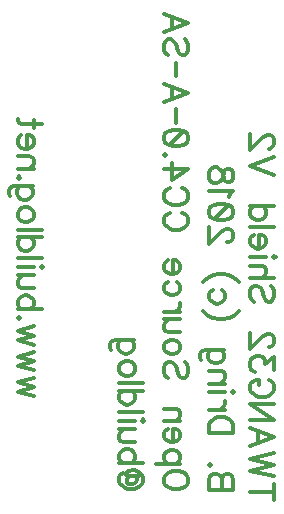
<source format=gbr>
G04 DipTrace 3.1.0.1*
G04 BottomSilk.gbr*
%MOIN*%
G04 #@! TF.FileFunction,Legend,Bot*
G04 #@! TF.Part,Single*
%ADD78C,0.012351*%
%FSLAX26Y26*%
G04*
G70*
G90*
G75*
G01*
G04 BotSilk*
%LPD*%
X1411127Y498029D2*
D78*
X1330743D1*
X1411127Y471234D2*
Y524824D1*
Y549526D2*
X1330743Y568716D1*
X1411127Y587817D1*
X1330743Y606918D1*
X1411127Y626108D1*
X1330743Y712093D2*
X1411127Y681408D1*
X1330743Y650811D1*
X1357538Y662307D2*
Y700597D1*
X1411127Y790386D2*
X1330743D1*
X1411127Y736796D1*
X1330743D1*
X1392026Y872480D2*
X1399631Y868678D1*
X1407325Y860984D1*
X1411127Y853379D1*
Y838081D1*
X1407325Y830387D1*
X1399631Y822782D1*
X1392026Y818891D1*
X1380530Y815088D1*
X1361340D1*
X1349933Y818891D1*
X1342239Y822782D1*
X1334634Y830387D1*
X1330743Y838081D1*
Y853379D1*
X1334634Y860984D1*
X1342239Y868678D1*
X1349933Y872480D1*
X1361340D1*
Y853379D1*
X1411039Y904877D2*
Y946881D1*
X1380442Y923978D1*
Y935474D1*
X1376639Y943079D1*
X1372837Y946881D1*
X1361340Y950772D1*
X1353735D1*
X1342239Y946881D1*
X1334546Y939276D1*
X1330743Y927780D1*
Y916284D1*
X1334546Y904877D1*
X1338437Y901074D1*
X1346042Y897183D1*
X1391938Y979366D2*
X1395740D1*
X1403434Y983169D1*
X1407236Y986971D1*
X1411039Y994665D1*
Y1009963D1*
X1407236Y1017569D1*
X1403434Y1021371D1*
X1395740Y1025262D1*
X1388135D1*
X1380442Y1021371D1*
X1369034Y1013766D1*
X1330743Y975475D1*
Y1029065D1*
X1399631Y1185118D2*
X1407325Y1177513D1*
X1411127Y1166017D1*
Y1150718D1*
X1407325Y1139222D1*
X1399631Y1131529D1*
X1392026D1*
X1384333Y1135420D1*
X1380530Y1139222D1*
X1376727Y1146828D1*
X1369034Y1169820D1*
X1365231Y1177513D1*
X1361340Y1181316D1*
X1353735Y1185118D1*
X1342239D1*
X1334634Y1177513D1*
X1330743Y1166017D1*
Y1150719D1*
X1334634Y1139222D1*
X1342239Y1131529D1*
X1411127Y1209821D2*
X1330743D1*
X1369034D2*
X1380530Y1221317D1*
X1384333Y1229011D1*
Y1240507D1*
X1380530Y1248112D1*
X1369034Y1251914D1*
X1330743D1*
X1411127Y1276617D2*
X1407325Y1280420D1*
X1411127Y1284311D1*
X1415018Y1280420D1*
X1411127Y1276617D1*
X1384333Y1280420D2*
X1330743D1*
X1361340Y1309013D2*
Y1354909D1*
X1369034D1*
X1376727Y1351107D1*
X1380530Y1347304D1*
X1384333Y1339611D1*
Y1328115D1*
X1380530Y1320509D1*
X1372836Y1312816D1*
X1361340Y1309013D1*
X1353735D1*
X1342239Y1312816D1*
X1334634Y1320509D1*
X1330743Y1328115D1*
Y1339611D1*
X1334634Y1347304D1*
X1342239Y1354909D1*
X1411127Y1379612D2*
X1330743D1*
X1411127Y1450211D2*
X1330743D1*
X1372836D2*
X1380530Y1442606D1*
X1384333Y1434912D1*
Y1423416D1*
X1380530Y1415811D1*
X1372836Y1408117D1*
X1361340Y1404315D1*
X1353735D1*
X1342239Y1408117D1*
X1334634Y1415811D1*
X1330743Y1423416D1*
Y1434912D1*
X1334634Y1442606D1*
X1342239Y1450211D1*
X1411127Y1552675D2*
X1330743Y1583272D1*
X1411127Y1613869D1*
X1391938Y1642463D2*
X1395740D1*
X1403434Y1646266D1*
X1407236Y1650068D1*
X1411039Y1657762D1*
Y1673060D1*
X1407236Y1680665D1*
X1403434Y1684468D1*
X1395740Y1688359D1*
X1388135D1*
X1380442Y1684468D1*
X1369034Y1676863D1*
X1330743Y1638572D1*
Y1692161D1*
X1273627Y504557D2*
X1193243D1*
Y539046D1*
X1197134Y550542D1*
X1200937Y554344D1*
X1208542Y558147D1*
X1220038D1*
X1227731Y554344D1*
X1231534Y550542D1*
X1235337Y539046D1*
X1239227Y550542D1*
X1243030Y554344D1*
X1250635Y558147D1*
X1258329D1*
X1265934Y554344D1*
X1269825Y550542D1*
X1273627Y539046D1*
Y504557D1*
X1235337D2*
Y539046D1*
X1200937Y586652D2*
X1197046Y582850D1*
X1193243Y586652D1*
X1197046Y590543D1*
X1200937Y586652D1*
X1273627Y693007D2*
X1193243D1*
Y719802D1*
X1197134Y731298D1*
X1204739Y738992D1*
X1212433Y742794D1*
X1223840Y746597D1*
X1243030D1*
X1254526Y742794D1*
X1262131Y738992D1*
X1269825Y731298D1*
X1273627Y719802D1*
Y693007D1*
X1246833Y771300D2*
X1193243D1*
X1223840D2*
X1235337Y775190D1*
X1243030Y782796D1*
X1246833Y790489D1*
Y801985D1*
X1273627Y826688D2*
X1269825Y830490D1*
X1273627Y834381D1*
X1277518Y830490D1*
X1273627Y826688D1*
X1246833Y830490D2*
X1193243D1*
X1246833Y859084D2*
X1193243D1*
X1231534D2*
X1243030Y870580D1*
X1246833Y878274D1*
Y889681D1*
X1243030Y897375D1*
X1231534Y901178D1*
X1193243D1*
X1243030Y971776D2*
X1181747D1*
X1170340Y967974D1*
X1166449Y964171D1*
X1162646Y956478D1*
Y944981D1*
X1166449Y937376D1*
X1231534Y971776D2*
X1239139Y964171D1*
X1243030Y956478D1*
Y944981D1*
X1239139Y937376D1*
X1231534Y929683D1*
X1220038Y925880D1*
X1212344D1*
X1200937Y929683D1*
X1193243Y937376D1*
X1189441Y944981D1*
Y956478D1*
X1193243Y964171D1*
X1200937Y971776D1*
X1294585Y1101035D2*
X1286980Y1093342D1*
X1275484Y1085737D1*
X1260186Y1078043D1*
X1240996Y1074240D1*
X1225697D1*
X1206596Y1078043D1*
X1191298Y1085737D1*
X1179802Y1093342D1*
X1172197Y1101035D1*
X1235336Y1171722D2*
X1243030Y1164029D1*
X1246833Y1156335D1*
Y1144928D1*
X1243030Y1137234D1*
X1235336Y1129629D1*
X1223840Y1125738D1*
X1216235D1*
X1204739Y1129629D1*
X1197134Y1137234D1*
X1193243Y1144928D1*
Y1156335D1*
X1197134Y1164029D1*
X1204739Y1171722D1*
X1294585Y1196425D2*
X1286980Y1204119D1*
X1275484Y1211724D1*
X1260186Y1219417D1*
X1240996Y1223220D1*
X1225697D1*
X1206596Y1219417D1*
X1191298Y1211724D1*
X1179802Y1204119D1*
X1172197Y1196425D1*
X1254438Y1329575D2*
X1258240D1*
X1265934Y1333378D1*
X1269736Y1337180D1*
X1273539Y1344874D1*
Y1360172D1*
X1269736Y1367777D1*
X1265934Y1371580D1*
X1258240Y1375471D1*
X1250635D1*
X1242942Y1371580D1*
X1231534Y1363975D1*
X1193243Y1325684D1*
Y1379273D1*
X1273539Y1426968D2*
X1269736Y1415472D1*
X1258240Y1407779D1*
X1239139Y1403976D1*
X1227643D1*
X1208542Y1407779D1*
X1197046Y1415472D1*
X1193243Y1426968D1*
Y1434573D1*
X1197046Y1446069D1*
X1208542Y1453675D1*
X1227643Y1457565D1*
X1239139D1*
X1258240Y1453674D1*
X1269736Y1446069D1*
X1273539Y1434573D1*
Y1426968D1*
X1258240Y1453674D2*
X1208542Y1407779D1*
X1258240Y1482268D2*
X1262131Y1489962D1*
X1273539Y1501458D1*
X1193243D1*
X1273539Y1545262D2*
X1269736Y1533854D1*
X1262131Y1529963D1*
X1254438D1*
X1246833Y1533854D1*
X1242942Y1541459D1*
X1239139Y1556758D1*
X1235336Y1568254D1*
X1227643Y1575859D1*
X1220038Y1579661D1*
X1208542D1*
X1200937Y1575859D1*
X1197046Y1572056D1*
X1193243Y1560560D1*
Y1545262D1*
X1197046Y1533854D1*
X1200937Y1529963D1*
X1208542Y1526161D1*
X1220038D1*
X1227643Y1529963D1*
X1235336Y1537657D1*
X1239139Y1549064D1*
X1242942Y1564363D1*
X1246833Y1572056D1*
X1254438Y1575859D1*
X1262131D1*
X1269736Y1572056D1*
X1273539Y1560560D1*
Y1545262D1*
X1123627Y529030D2*
X1119825Y521336D1*
X1112131Y513731D1*
X1104526Y509840D1*
X1093030Y506038D1*
X1073840D1*
X1062433Y509840D1*
X1054739Y513731D1*
X1047134Y521336D1*
X1043243Y529030D1*
Y544328D1*
X1047134Y551933D1*
X1054739Y559627D1*
X1062433Y563430D1*
X1073840Y567232D1*
X1093030D1*
X1104526Y563430D1*
X1112131Y559627D1*
X1119825Y551933D1*
X1123627Y544328D1*
Y529030D1*
X1096833Y591935D2*
X1016449D1*
X1085337D2*
X1092942Y599628D1*
X1096833Y607233D1*
Y618730D1*
X1092942Y626423D1*
X1085337Y634028D1*
X1073840Y637919D1*
X1066147D1*
X1054739Y634028D1*
X1047046Y626423D1*
X1043243Y618730D1*
Y607233D1*
X1047046Y599628D1*
X1054739Y591935D1*
X1073840Y662622D2*
Y708518D1*
X1081534D1*
X1089227Y704715D1*
X1093030Y700913D1*
X1096833Y693219D1*
Y681723D1*
X1093030Y674118D1*
X1085337Y666424D1*
X1073840Y662622D1*
X1066235D1*
X1054739Y666424D1*
X1047134Y674118D1*
X1043243Y681723D1*
Y693219D1*
X1047134Y700913D1*
X1054739Y708518D1*
X1096833Y733221D2*
X1043243D1*
X1081534D2*
X1093030Y744717D1*
X1096833Y752410D1*
Y763818D1*
X1093030Y771511D1*
X1081534Y775314D1*
X1043243D1*
X1112131Y931367D2*
X1119825Y923762D1*
X1123627Y912266D1*
Y896968D1*
X1119825Y885472D1*
X1112131Y877778D1*
X1104526D1*
X1096833Y881669D1*
X1093030Y885472D1*
X1089227Y893077D1*
X1081534Y916069D1*
X1077731Y923762D1*
X1073840Y927565D1*
X1066235Y931367D1*
X1054739D1*
X1047134Y923762D1*
X1043243Y912266D1*
Y896968D1*
X1047134Y885472D1*
X1054739Y877778D1*
X1096833Y975171D2*
X1093030Y967566D1*
X1085337Y959873D1*
X1073840Y956070D1*
X1066235D1*
X1054739Y959873D1*
X1047134Y967566D1*
X1043243Y975171D1*
Y986668D1*
X1047134Y994361D1*
X1054739Y1001966D1*
X1066235Y1005857D1*
X1073840D1*
X1085337Y1001966D1*
X1093030Y994361D1*
X1096833Y986668D1*
Y975171D1*
Y1030560D2*
X1058542D1*
X1047134Y1034362D1*
X1043243Y1042056D1*
Y1053552D1*
X1047134Y1061157D1*
X1058542Y1072653D1*
X1096833D2*
X1043243D1*
X1096833Y1097356D2*
X1043243D1*
X1073840D2*
X1085337Y1101247D1*
X1093030Y1108852D1*
X1096833Y1116546D1*
Y1128042D1*
X1085337Y1198729D2*
X1093030Y1191035D1*
X1096833Y1183342D1*
Y1171934D1*
X1093030Y1164240D1*
X1085337Y1156635D1*
X1073840Y1152744D1*
X1066235D1*
X1054739Y1156635D1*
X1047134Y1164240D1*
X1043243Y1171934D1*
Y1183342D1*
X1047134Y1191035D1*
X1054739Y1198729D1*
X1073840Y1223431D2*
Y1269327D1*
X1081534D1*
X1089227Y1265525D1*
X1093030Y1261722D1*
X1096833Y1254029D1*
Y1242533D1*
X1093030Y1234927D1*
X1085337Y1227234D1*
X1073840Y1223431D1*
X1066235D1*
X1054739Y1227234D1*
X1047134Y1234928D1*
X1043243Y1242533D1*
Y1254029D1*
X1047134Y1261722D1*
X1054739Y1269327D1*
X1104526Y1429183D2*
X1112131Y1425381D1*
X1119825Y1417687D1*
X1123627Y1410082D1*
Y1394784D1*
X1119825Y1387090D1*
X1112131Y1379485D1*
X1104526Y1375594D1*
X1093030Y1371792D1*
X1073840D1*
X1062433Y1375594D1*
X1054739Y1379485D1*
X1047134Y1387090D1*
X1043243Y1394784D1*
Y1410082D1*
X1047134Y1417687D1*
X1054739Y1425381D1*
X1062433Y1429183D1*
X1104526Y1511278D2*
X1112131Y1507476D1*
X1119825Y1499782D1*
X1123627Y1492177D1*
Y1476878D1*
X1119825Y1469185D1*
X1112131Y1461580D1*
X1104526Y1457689D1*
X1093030Y1453886D1*
X1073840D1*
X1062433Y1457689D1*
X1054739Y1461580D1*
X1047134Y1469185D1*
X1043243Y1476878D1*
Y1492177D1*
X1047134Y1499782D1*
X1054739Y1507476D1*
X1062433Y1511278D1*
X1043243Y1574272D2*
X1123539D1*
X1070038Y1535981D1*
Y1593373D1*
X1050937Y1621878D2*
X1047046Y1618076D1*
X1043243Y1621878D1*
X1047046Y1625769D1*
X1050937Y1621878D1*
X1123539Y1673464D2*
X1119736Y1661968D1*
X1108240Y1654274D1*
X1089139Y1650472D1*
X1077643D1*
X1058542Y1654274D1*
X1047046Y1661968D1*
X1043243Y1673464D1*
Y1681069D1*
X1047046Y1692565D1*
X1058542Y1700170D1*
X1077643Y1704061D1*
X1089139D1*
X1108240Y1700170D1*
X1119736Y1692565D1*
X1123539Y1681069D1*
Y1673464D1*
X1108240Y1700170D2*
X1058542Y1654274D1*
X1083391Y1728764D2*
Y1772980D1*
X1043243Y1858965D2*
X1123627Y1828280D1*
X1043243Y1797683D1*
X1070038Y1809179D2*
Y1847469D1*
X1083391Y1883668D2*
Y1927884D1*
X1112131Y2006176D2*
X1119825Y1998571D1*
X1123627Y1987075D1*
Y1971776D1*
X1119825Y1960280D1*
X1112131Y1952587D1*
X1104526D1*
X1096833Y1956478D1*
X1093030Y1960280D1*
X1089227Y1967885D1*
X1081534Y1990877D1*
X1077731Y1998571D1*
X1073840Y2002373D1*
X1066235Y2006176D1*
X1054739D1*
X1047134Y1998571D1*
X1043243Y1987075D1*
Y1971776D1*
X1047134Y1960280D1*
X1054739Y1952587D1*
X1043243Y2092161D2*
X1123627Y2061476D1*
X1043243Y2030879D1*
X1070038Y2042375D2*
Y2080665D1*
X954438Y550677D2*
Y539181D1*
X950635Y531576D1*
X946833Y527685D1*
X939139Y523882D1*
X923840D1*
X920038Y527685D1*
Y535378D1*
X923840Y550677D1*
X916235Y554480D1*
Y558282D1*
X923840Y565976D1*
X942942Y569778D1*
X954438Y565976D1*
X962131Y562173D1*
X969736Y554480D1*
X973539Y546874D1*
Y531576D1*
X969736Y523882D1*
X962131Y516277D1*
X954438Y512386D1*
X942942Y508584D1*
X923840D1*
X912344Y512386D1*
X904739Y516277D1*
X897046Y523882D1*
X893243Y531576D1*
Y546874D1*
X897046Y554480D1*
X904739Y562173D1*
X958240Y550677D2*
X923840D1*
X973627Y594481D2*
X893243D1*
X935336D2*
X943030Y602174D1*
X946833Y609780D1*
Y621276D1*
X943030Y628881D1*
X935336Y636574D1*
X923840Y640377D1*
X916235D1*
X904739Y636574D1*
X897134Y628881D1*
X893243Y621276D1*
Y609780D1*
X897134Y602174D1*
X904739Y594481D1*
X946833Y665080D2*
X908542D1*
X897134Y668882D1*
X893243Y676576D1*
Y688072D1*
X897134Y695677D1*
X908542Y707173D1*
X946833D2*
X893243D1*
X973627Y731876D2*
X969825Y735678D1*
X973627Y739569D1*
X977518Y735678D1*
X973627Y731876D1*
X946833Y735678D2*
X893243D1*
X973627Y764272D2*
X893243D1*
X973627Y834871D2*
X893243D1*
X935336D2*
X943030Y827265D1*
X946833Y819572D1*
Y808076D1*
X943030Y800471D1*
X935336Y792777D1*
X923840Y788975D1*
X916235D1*
X904739Y792777D1*
X897134Y800471D1*
X893243Y808076D1*
Y819572D1*
X897134Y827265D1*
X904739Y834871D1*
X973627Y859573D2*
X893243D1*
X946833Y903377D2*
X943030Y895772D1*
X935336Y888079D1*
X923840Y884276D1*
X916235D1*
X904739Y888079D1*
X897134Y895772D1*
X893243Y903377D1*
Y914873D1*
X897134Y922567D1*
X904739Y930172D1*
X916235Y934063D1*
X923840D1*
X935336Y930172D1*
X943030Y922567D1*
X946833Y914873D1*
Y903377D1*
X943030Y1004661D2*
X881747D1*
X870339Y1000859D1*
X866449Y997056D1*
X862646Y989363D1*
Y977867D1*
X866449Y970262D1*
X931534Y1004661D2*
X939139Y997056D1*
X943030Y989363D1*
Y977867D1*
X939139Y970262D1*
X931534Y962568D1*
X920038Y958766D1*
X912344D1*
X900937Y962568D1*
X893243Y970262D1*
X889441Y977867D1*
Y989363D1*
X893243Y997056D1*
X900937Y1004661D1*
X609333Y816802D2*
X555743Y832101D1*
X609333Y847399D1*
X555743Y862698D1*
X609333Y877996D1*
Y902699D2*
X555743Y917998D1*
X609333Y933296D1*
X555743Y948595D1*
X609333Y963894D1*
Y988596D2*
X555743Y1003895D1*
X609333Y1019194D1*
X555743Y1034492D1*
X609333Y1049791D1*
X563437Y1078296D2*
X559546Y1074494D1*
X555743Y1078296D1*
X559546Y1082187D1*
X563437Y1078296D1*
X636127Y1106890D2*
X555743D1*
X597837D2*
X605530Y1114583D1*
X609333Y1122189D1*
Y1133685D1*
X605530Y1141290D1*
X597837Y1148983D1*
X586340Y1152786D1*
X578735D1*
X567239Y1148983D1*
X559634Y1141290D1*
X555743Y1133685D1*
Y1122189D1*
X559634Y1114583D1*
X567239Y1106890D1*
X609333Y1177489D2*
X571042D1*
X559634Y1181291D1*
X555743Y1188985D1*
Y1200481D1*
X559634Y1208086D1*
X571042Y1219582D1*
X609333D2*
X555743D1*
X636127Y1244285D2*
X632325Y1248087D1*
X636127Y1251978D1*
X640018Y1248087D1*
X636127Y1244285D1*
X609333Y1248087D2*
X555743D1*
X636127Y1276681D2*
X555743D1*
X636127Y1347280D2*
X555743D1*
X597836D2*
X605530Y1339674D1*
X609333Y1331981D1*
Y1320485D1*
X605530Y1312880D1*
X597836Y1305186D1*
X586340Y1301384D1*
X578735D1*
X567239Y1305186D1*
X559634Y1312880D1*
X555743Y1320485D1*
Y1331981D1*
X559634Y1339674D1*
X567239Y1347280D1*
X636127Y1371982D2*
X555743D1*
X609333Y1415786D2*
X605530Y1408181D1*
X597836Y1400488D1*
X586340Y1396685D1*
X578735D1*
X567239Y1400488D1*
X559634Y1408181D1*
X555743Y1415786D1*
Y1427282D1*
X559634Y1434976D1*
X567239Y1442581D1*
X578735Y1446472D1*
X586340D1*
X597836Y1442581D1*
X605530Y1434976D1*
X609333Y1427282D1*
Y1415786D1*
X605530Y1517071D2*
X544247D1*
X532840Y1513268D1*
X528949Y1509465D1*
X525146Y1501772D1*
Y1490276D1*
X528949Y1482671D1*
X594034Y1517071D2*
X601639Y1509465D1*
X605530Y1501772D1*
Y1490276D1*
X601639Y1482671D1*
X594034Y1474977D1*
X582538Y1471175D1*
X574844D1*
X563437Y1474977D1*
X555743Y1482671D1*
X551941Y1490276D1*
Y1501772D1*
X555743Y1509465D1*
X563437Y1517071D1*
Y1545576D2*
X559546Y1541773D1*
X555743Y1545576D1*
X559546Y1549467D1*
X563437Y1545576D1*
X609333Y1574170D2*
X555743D1*
X594034D2*
X605530Y1585666D1*
X609333Y1593359D1*
Y1604767D1*
X605530Y1612460D1*
X594034Y1616263D1*
X555743D1*
X586340Y1640966D2*
Y1686861D1*
X594034D1*
X601727Y1683059D1*
X605530Y1679256D1*
X609333Y1671563D1*
Y1660067D1*
X605530Y1652462D1*
X597836Y1644768D1*
X586340Y1640966D1*
X578735D1*
X567239Y1644768D1*
X559634Y1652462D1*
X555743Y1660067D1*
Y1671563D1*
X559634Y1679256D1*
X567239Y1686862D1*
X636127Y1723060D2*
X571042D1*
X559634Y1726863D1*
X555743Y1734556D1*
Y1742161D1*
X609333Y1711564D2*
Y1738359D1*
M02*

</source>
